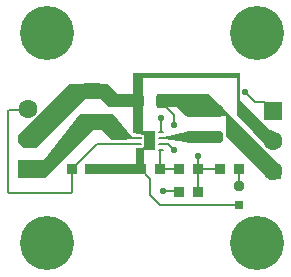
<source format=gtl>
G04*
G04 #@! TF.GenerationSoftware,Altium Limited,Altium Designer,20.1.14 (287)*
G04*
G04 Layer_Physical_Order=1*
G04 Layer_Color=255*
%FSLAX25Y25*%
%MOIN*%
G70*
G04*
G04 #@! TF.SameCoordinates,1C3036EA-9198-4DC0-AC4A-3EF54EA2E58D*
G04*
G04*
G04 #@! TF.FilePolarity,Positive*
G04*
G01*
G75*
G04:AMPARAMS|DCode=15|XSize=9.84mil|YSize=19.68mil|CornerRadius=2.46mil|HoleSize=0mil|Usage=FLASHONLY|Rotation=90.000|XOffset=0mil|YOffset=0mil|HoleType=Round|Shape=RoundedRectangle|*
%AMROUNDEDRECTD15*
21,1,0.00984,0.01476,0,0,90.0*
21,1,0.00492,0.01968,0,0,90.0*
1,1,0.00492,0.00738,0.00246*
1,1,0.00492,0.00738,-0.00246*
1,1,0.00492,-0.00738,-0.00246*
1,1,0.00492,-0.00738,0.00246*
%
%ADD15ROUNDEDRECTD15*%
%ADD16R,0.01968X0.00984*%
G04:AMPARAMS|DCode=17|XSize=125.98mil|YSize=39.37mil|CornerRadius=9.84mil|HoleSize=0mil|Usage=FLASHONLY|Rotation=180.000|XOffset=0mil|YOffset=0mil|HoleType=Round|Shape=RoundedRectangle|*
%AMROUNDEDRECTD17*
21,1,0.12598,0.01968,0,0,180.0*
21,1,0.10630,0.03937,0,0,180.0*
1,1,0.01968,-0.05315,0.00984*
1,1,0.01968,0.05315,0.00984*
1,1,0.01968,0.05315,-0.00984*
1,1,0.01968,-0.05315,-0.00984*
%
%ADD17ROUNDEDRECTD17*%
G04:AMPARAMS|DCode=18|XSize=35.43mil|YSize=35.43mil|CornerRadius=8.86mil|HoleSize=0mil|Usage=FLASHONLY|Rotation=270.000|XOffset=0mil|YOffset=0mil|HoleType=Round|Shape=RoundedRectangle|*
%AMROUNDEDRECTD18*
21,1,0.03543,0.01772,0,0,270.0*
21,1,0.01772,0.03543,0,0,270.0*
1,1,0.01772,-0.00886,-0.00886*
1,1,0.01772,-0.00886,0.00886*
1,1,0.01772,0.00886,0.00886*
1,1,0.01772,0.00886,-0.00886*
%
%ADD18ROUNDEDRECTD18*%
G04:AMPARAMS|DCode=19|XSize=31.5mil|YSize=31.5mil|CornerRadius=7.87mil|HoleSize=0mil|Usage=FLASHONLY|Rotation=180.000|XOffset=0mil|YOffset=0mil|HoleType=Round|Shape=RoundedRectangle|*
%AMROUNDEDRECTD19*
21,1,0.03150,0.01575,0,0,180.0*
21,1,0.01575,0.03150,0,0,180.0*
1,1,0.01575,-0.00787,0.00787*
1,1,0.01575,0.00787,0.00787*
1,1,0.01575,0.00787,-0.00787*
1,1,0.01575,-0.00787,-0.00787*
%
%ADD19ROUNDEDRECTD19*%
%ADD20R,0.03150X0.03150*%
G04:AMPARAMS|DCode=21|XSize=64.96mil|YSize=55.12mil|CornerRadius=13.78mil|HoleSize=0mil|Usage=FLASHONLY|Rotation=180.000|XOffset=0mil|YOffset=0mil|HoleType=Round|Shape=RoundedRectangle|*
%AMROUNDEDRECTD21*
21,1,0.06496,0.02756,0,0,180.0*
21,1,0.03740,0.05512,0,0,180.0*
1,1,0.02756,-0.01870,0.01378*
1,1,0.02756,0.01870,0.01378*
1,1,0.02756,0.01870,-0.01378*
1,1,0.02756,-0.01870,-0.01378*
%
%ADD21ROUNDEDRECTD21*%
G04:AMPARAMS|DCode=22|XSize=47.24mil|YSize=39.37mil|CornerRadius=9.84mil|HoleSize=0mil|Usage=FLASHONLY|Rotation=270.000|XOffset=0mil|YOffset=0mil|HoleType=Round|Shape=RoundedRectangle|*
%AMROUNDEDRECTD22*
21,1,0.04724,0.01968,0,0,270.0*
21,1,0.02756,0.03937,0,0,270.0*
1,1,0.01968,-0.00984,-0.01378*
1,1,0.01968,-0.00984,0.01378*
1,1,0.01968,0.00984,0.01378*
1,1,0.01968,0.00984,-0.01378*
%
%ADD22ROUNDEDRECTD22*%
%ADD35R,0.03543X0.06299*%
%ADD36C,0.00600*%
%ADD37C,0.18000*%
%ADD38C,0.06299*%
%ADD39R,0.06299X0.06299*%
%ADD40C,0.02200*%
G36*
X43110Y50617D02*
X46385D01*
Y49777D01*
X36368Y49360D01*
X33071Y52658D01*
X30217Y52658D01*
X14213Y36654D01*
X5217Y36654D01*
Y42953D01*
X13890Y42953D01*
X25741Y58169D01*
X37008Y58169D01*
X43110Y50617D01*
D02*
G37*
G36*
X73334Y48713D02*
X61312D01*
X53865Y49777D01*
X52041D01*
Y50617D01*
X53865D01*
X61312Y52074D01*
X73334D01*
Y48713D01*
D02*
G37*
G36*
X79035Y71843D02*
X79035Y62939D01*
X88478Y53058D01*
X92385Y51440D01*
X92853Y47096D01*
X89240Y46200D01*
X78150Y57776D01*
X78150Y70276D01*
X46956Y70269D01*
Y64607D01*
X46956Y64607D01*
X46956Y61361D01*
Y60524D01*
D01*
X46956Y52362D01*
X50984D01*
Y46417D01*
X50631Y46063D01*
X47316Y46063D01*
X47316Y41535D01*
X47575Y41276D01*
Y38252D01*
X30998D01*
X30862Y38388D01*
X30862Y38388D01*
X27837D01*
Y41412D01*
X27837Y41412D01*
X44415D01*
X44465Y41361D01*
X44472Y46752D01*
X46481Y46752D01*
X47316Y47380D01*
Y51280D01*
X43595Y51797D01*
Y60524D01*
X35440D01*
X32667Y63297D01*
X27667Y63297D01*
X11024Y46654D01*
X7062Y46654D01*
X5217Y48498D01*
Y51108D01*
X7062Y52953D01*
X22111Y68002D01*
X35049Y68002D01*
X38379Y64672D01*
X43595D01*
Y71843D01*
X79035Y71843D01*
D02*
G37*
G36*
X73334Y60328D02*
Y60282D01*
X90806Y42809D01*
X92730Y40885D01*
X92730Y36406D01*
X89176Y36021D01*
X74384Y50813D01*
X74384Y57532D01*
X73334D01*
Y57375D01*
X61312D01*
X58162Y60524D01*
X51469D01*
Y64672D01*
X68989D01*
X73334Y60328D01*
D02*
G37*
D15*
X52953Y46260D02*
D03*
Y48228D02*
D03*
Y50197D02*
D03*
Y52165D02*
D03*
X45472Y46260D02*
D03*
Y48228D02*
D03*
Y50197D02*
D03*
D16*
Y52165D02*
D03*
D17*
X67323Y59055D02*
D03*
Y50394D02*
D03*
D18*
X52362Y39764D02*
D03*
X46063D02*
D03*
X23050Y39900D02*
D03*
X29350D02*
D03*
X72441Y39764D02*
D03*
X78740D02*
D03*
X65256Y32087D02*
D03*
X58957D02*
D03*
X65059Y39862D02*
D03*
X58760D02*
D03*
D19*
X79000Y34150D02*
D03*
D20*
Y27850D02*
D03*
D21*
X29823Y55413D02*
D03*
Y65650D02*
D03*
D22*
X53150Y62598D02*
D03*
X45276D02*
D03*
D35*
X49213Y49213D02*
D03*
D36*
X52969Y48213D02*
X55331D01*
X45472Y46260D02*
X45576Y46363D01*
X45576Y46260D02*
X45768Y46068D01*
X45468Y52165D02*
X45472D01*
X45576Y52062D01*
X49213Y47835D02*
Y49213D01*
X52953Y48228D02*
X52969Y48213D01*
X52756Y52362D02*
Y56693D01*
X48819Y49606D02*
X49213Y49213D01*
X55331Y48213D02*
X57284Y46260D01*
X52756Y52362D02*
X52953Y52165D01*
X45472Y46260D02*
X45576D01*
X45276Y52358D02*
X45468Y52165D01*
X47741Y46363D02*
X49213Y47835D01*
X53150Y61850D02*
X57284Y57717D01*
Y54528D02*
Y57717D01*
X46063Y39764D02*
X49213Y36614D01*
Y31102D02*
X52465Y27850D01*
X49213Y31102D02*
Y36614D01*
X52465Y27850D02*
X79000D01*
X87308Y62062D02*
X90158Y59213D01*
X84338Y62062D02*
X87308D01*
X81000Y65400D02*
X84338Y62062D01*
X78740Y39764D02*
X78870Y39634D01*
Y34280D02*
Y39634D01*
Y34280D02*
X79000Y34150D01*
X52658Y39813D02*
X58711D01*
X8366Y39803D02*
X8866Y40303D01*
X8316Y59853D02*
X8366Y59803D01*
X2151Y31791D02*
X22778D01*
X23050Y39900D02*
X23130Y39821D01*
Y32143D02*
Y39821D01*
X22778Y31791D02*
X23130Y32143D01*
X1800D02*
Y58999D01*
Y32143D02*
X2151Y31791D01*
Y59350D02*
X7913D01*
X1800Y58999D02*
X2151Y59350D01*
X7913D02*
X8366Y59803D01*
X29331Y55413D02*
X29823D01*
X67126Y50197D02*
X67323Y50394D01*
X65059Y39862D02*
X65059Y39862D01*
Y43996D01*
X65059Y43996D01*
X65108Y39813D02*
X65158Y39764D01*
X65059Y39862D02*
X65108Y39813D01*
X65158Y32185D02*
Y39764D01*
Y32185D02*
X65256Y32087D01*
X65108Y39813D02*
X72392D01*
X72441Y39764D01*
X67348Y62598D02*
X67700Y62247D01*
X53150Y61850D02*
Y62598D01*
X78740Y32972D02*
X78740Y32972D01*
X90610Y39606D02*
X91732D01*
X65256Y32087D02*
Y32333D01*
X52362Y39764D02*
X52411Y39813D01*
X52658D01*
X58711D02*
X58760Y39862D01*
X58623Y32343D02*
X58918Y32048D01*
X53857Y32343D02*
X58623D01*
X53600Y32600D02*
X53857Y32343D01*
X45252Y62598D02*
X46892Y64238D01*
X45252Y62598D02*
Y63016D01*
X91339Y49606D02*
X91732D01*
X23050Y39900D02*
X31379Y48228D01*
X45472D01*
X29350Y39900D02*
X29418Y39832D01*
X58918Y32048D02*
X58957Y32087D01*
X53600Y32600D02*
X53639Y32639D01*
X46892Y64238D02*
X46915D01*
X52362Y39764D02*
X52658D01*
X52850Y46260D02*
X52953D01*
X52658Y46068D02*
X52850Y46260D01*
X52658Y40059D02*
Y46068D01*
D37*
X15000Y15000D02*
D03*
X85000Y85000D02*
D03*
X15000D02*
D03*
X85000Y15000D02*
D03*
D38*
X8366Y59803D02*
D03*
Y49803D02*
D03*
X90158Y39213D02*
D03*
Y49213D02*
D03*
D39*
X8366Y39803D02*
D03*
X90158Y59213D02*
D03*
D40*
X57284Y46260D02*
D03*
X49213Y50787D02*
D03*
X49213Y47835D02*
D03*
X52756Y56693D02*
D03*
X57284Y54528D02*
D03*
X65059Y43996D02*
D03*
X81000Y65400D02*
D03*
X53600Y32600D02*
D03*
M02*

</source>
